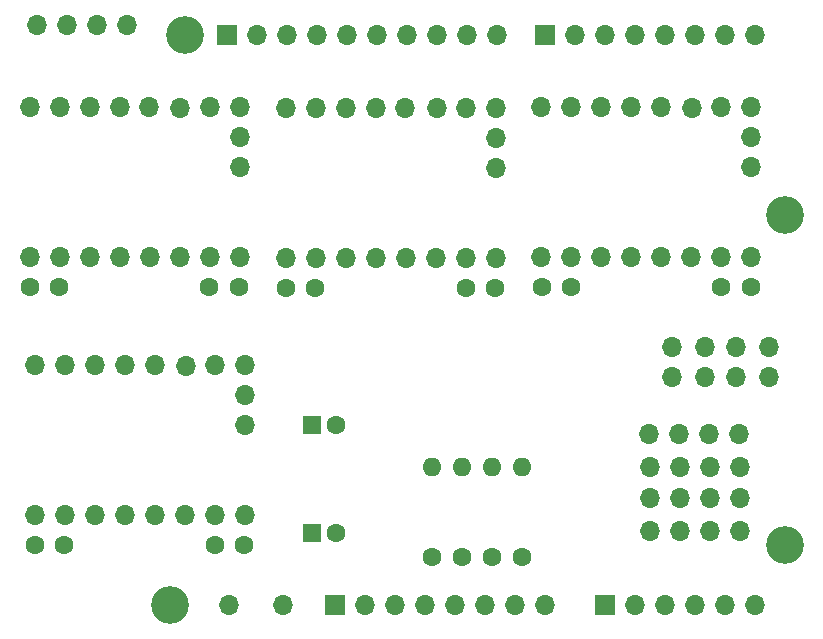
<source format=gbr>
%TF.GenerationSoftware,KiCad,Pcbnew,(6.0.6)*%
%TF.CreationDate,2022-07-08T14:07:57+08:00*%
%TF.ProjectId,Stepper,53746570-7065-4722-9e6b-696361645f70,rev?*%
%TF.SameCoordinates,Original*%
%TF.FileFunction,Soldermask,Top*%
%TF.FilePolarity,Negative*%
%FSLAX46Y46*%
G04 Gerber Fmt 4.6, Leading zero omitted, Abs format (unit mm)*
G04 Created by KiCad (PCBNEW (6.0.6)) date 2022-07-08 14:07:57*
%MOMM*%
%LPD*%
G01*
G04 APERTURE LIST*
%ADD10R,1.700000X1.700000*%
%ADD11O,1.700000X1.700000*%
%ADD12C,1.600000*%
%ADD13O,1.600000X1.600000*%
%ADD14C,3.200000*%
%ADD15R,1.600000X1.600000*%
G04 APERTURE END LIST*
D10*
%TO.C,J1*%
X127940000Y-97460000D03*
D11*
X130480000Y-97460000D03*
X133020000Y-97460000D03*
X135560000Y-97460000D03*
X138100000Y-97460000D03*
X140640000Y-97460000D03*
X143180000Y-97460000D03*
X145720000Y-97460000D03*
%TD*%
D10*
%TO.C,J3*%
X150800000Y-97460000D03*
D11*
X153340000Y-97460000D03*
X155880000Y-97460000D03*
X158420000Y-97460000D03*
X160960000Y-97460000D03*
X163500000Y-97460000D03*
%TD*%
D10*
%TO.C,J2*%
X118796000Y-49200000D03*
D11*
X121336000Y-49200000D03*
X123876000Y-49200000D03*
X126416000Y-49200000D03*
X128956000Y-49200000D03*
X131496000Y-49200000D03*
X134036000Y-49200000D03*
X136576000Y-49200000D03*
X139116000Y-49200000D03*
X141656000Y-49200000D03*
%TD*%
D10*
%TO.C,J4*%
X145720000Y-49200000D03*
D11*
X148260000Y-49200000D03*
X150800000Y-49200000D03*
X153340000Y-49200000D03*
X155880000Y-49200000D03*
X158420000Y-49200000D03*
X160960000Y-49200000D03*
X163500000Y-49200000D03*
%TD*%
%TO.C,*%
X119900000Y-57840000D03*
%TD*%
%TO.C,*%
X133970000Y-68060000D03*
%TD*%
%TO.C,*%
X156500000Y-75660000D03*
%TD*%
%TO.C,*%
X133925799Y-55355827D03*
%TD*%
%TO.C,*%
X131430000Y-68060000D03*
%TD*%
%TO.C,*%
X104660000Y-68000000D03*
%TD*%
%TO.C,*%
X156500000Y-78200000D03*
%TD*%
%TO.C,*%
X117824201Y-77144173D03*
%TD*%
%TO.C,*%
X112700000Y-77140000D03*
%TD*%
%TO.C,*%
X158191710Y-55371710D03*
%TD*%
D12*
%TO.C,REF\u002A\u002A*%
X139050000Y-70600000D03*
X141550000Y-70600000D03*
%TD*%
D11*
%TO.C,*%
X117360000Y-68000000D03*
%TD*%
%TO.C,*%
X147960000Y-55300000D03*
%TD*%
%TO.C,*%
X162220000Y-83000000D03*
%TD*%
%TO.C,*%
X147960000Y-68000000D03*
%TD*%
%TO.C,*%
X157160000Y-91200000D03*
%TD*%
%TO.C,*%
X105124201Y-77144173D03*
%TD*%
%TO.C,*%
X120364201Y-82224173D03*
%TD*%
%TO.C,*%
X139050000Y-68060000D03*
%TD*%
%TO.C,*%
X119900000Y-55300000D03*
%TD*%
%TO.C,*%
X150500000Y-68000000D03*
%TD*%
%TO.C,*%
X154620000Y-91200000D03*
%TD*%
%TO.C,*%
X157140000Y-83000000D03*
%TD*%
%TO.C,*%
X145420000Y-68000000D03*
%TD*%
%TO.C,*%
X163200000Y-68000000D03*
%TD*%
%TO.C,*%
X159680000Y-83000000D03*
%TD*%
%TO.C,*%
X150500000Y-55300000D03*
%TD*%
%TO.C,*%
X163200000Y-60380000D03*
%TD*%
%TO.C,*%
X123810000Y-55360000D03*
%TD*%
%TO.C,*%
X119900000Y-60380000D03*
%TD*%
D12*
%TO.C,REF\u002A\u002A*%
X160660000Y-70540000D03*
X163160000Y-70540000D03*
%TD*%
%TO.C,REF\u002A\u002A*%
X143800000Y-93400000D03*
D13*
X143800000Y-85780000D03*
%TD*%
D11*
%TO.C,*%
X126350000Y-68060000D03*
%TD*%
%TO.C,*%
X115355911Y-77215883D03*
%TD*%
%TO.C,*%
X109740000Y-55300000D03*
%TD*%
%TO.C,*%
X114891710Y-55371710D03*
%TD*%
%TO.C,*%
X141590000Y-68060000D03*
%TD*%
%TO.C,*%
X102584201Y-77144173D03*
%TD*%
%TO.C,*%
X164700000Y-78180000D03*
%TD*%
%TO.C,*%
X161900000Y-78180000D03*
%TD*%
%TO.C,*%
X157160000Y-88400000D03*
%TD*%
%TO.C,*%
X107860000Y-48400000D03*
%TD*%
%TO.C,*%
X159700000Y-91200000D03*
%TD*%
%TO.C,*%
X128890000Y-68060000D03*
%TD*%
%TO.C,*%
X102584201Y-89844173D03*
%TD*%
%TO.C,*%
X160660000Y-68000000D03*
%TD*%
%TO.C,*%
X131430000Y-55360000D03*
%TD*%
D12*
%TO.C,REF\u002A\u002A*%
X136180000Y-93400000D03*
D13*
X136180000Y-85780000D03*
%TD*%
D11*
%TO.C,*%
X105124201Y-89844173D03*
%TD*%
%TO.C,*%
X157160000Y-85800000D03*
%TD*%
%TO.C,*%
X153040000Y-68000000D03*
%TD*%
%TO.C,*%
X141590000Y-55360000D03*
%TD*%
D14*
%TO.C,MH1*%
X115240000Y-49200000D03*
%TD*%
D11*
%TO.C,*%
X119900000Y-68000000D03*
%TD*%
%TO.C,*%
X117824201Y-89844173D03*
%TD*%
D15*
%TO.C,REF\u002A\u002A*%
X126044888Y-91400000D03*
D12*
X128044888Y-91400000D03*
%TD*%
D11*
%TO.C,*%
X104660000Y-55300000D03*
%TD*%
D12*
%TO.C,REF\u002A\u002A*%
X138720000Y-93400000D03*
D13*
X138720000Y-85780000D03*
%TD*%
D11*
%TO.C,*%
X161900000Y-75640000D03*
%TD*%
%TO.C,*%
X102120000Y-55300000D03*
%TD*%
%TO.C,*%
X163200000Y-57840000D03*
%TD*%
%TO.C,*%
X154620000Y-85800000D03*
%TD*%
%TO.C,*%
X162240000Y-88400000D03*
%TD*%
%TO.C,*%
X136581710Y-55431710D03*
%TD*%
%TO.C,*%
X155580000Y-68000000D03*
%TD*%
%TO.C,*%
X164700000Y-75640000D03*
%TD*%
%TO.C,*%
X141590000Y-60440000D03*
%TD*%
D12*
%TO.C,REF\u002A\u002A*%
X141260000Y-93400000D03*
D13*
X141260000Y-85780000D03*
%TD*%
D11*
%TO.C,*%
X109740000Y-68000000D03*
%TD*%
%TO.C,*%
X136510000Y-68060000D03*
%TD*%
%TO.C,*%
X159700000Y-85800000D03*
%TD*%
%TO.C,*%
X154620000Y-88400000D03*
%TD*%
%TO.C,*%
X160660000Y-55300000D03*
%TD*%
%TO.C,*%
X114820000Y-68000000D03*
%TD*%
%TO.C,*%
X123810000Y-68060000D03*
%TD*%
%TO.C,*%
X120364201Y-89844173D03*
%TD*%
%TO.C,*%
X107664201Y-89844173D03*
%TD*%
%TO.C,*%
X128890000Y-55360000D03*
%TD*%
%TO.C,*%
X117360000Y-55300000D03*
%TD*%
%TO.C,*%
X155535799Y-55295827D03*
%TD*%
%TO.C,*%
X163200000Y-55300000D03*
%TD*%
%TO.C,*%
X159700000Y-88400000D03*
%TD*%
D12*
%TO.C,REF\u002A\u002A*%
X145460000Y-70540000D03*
X147960000Y-70540000D03*
%TD*%
D11*
%TO.C,*%
X123600000Y-97500000D03*
%TD*%
%TO.C,*%
X115284201Y-89844173D03*
%TD*%
%TO.C,*%
X126350000Y-55360000D03*
%TD*%
D15*
%TO.C,REF\u002A\u002A*%
X126044888Y-82200000D03*
D12*
X128044888Y-82200000D03*
%TD*%
D11*
%TO.C,*%
X112280000Y-68000000D03*
%TD*%
%TO.C,*%
X159300000Y-75640000D03*
%TD*%
D12*
%TO.C,REF\u002A\u002A*%
X123810000Y-70600000D03*
X126310000Y-70600000D03*
%TD*%
D11*
%TO.C,*%
X107200000Y-55300000D03*
%TD*%
%TO.C,*%
X110204201Y-77144173D03*
%TD*%
%TO.C,*%
X153040000Y-55300000D03*
%TD*%
%TO.C,*%
X119000000Y-97500000D03*
%TD*%
%TO.C,*%
X102120000Y-68000000D03*
%TD*%
%TO.C,*%
X110204201Y-89844173D03*
%TD*%
D12*
%TO.C,REF\u002A\u002A*%
X102540000Y-92380000D03*
X105040000Y-92380000D03*
%TD*%
D11*
%TO.C,*%
X162240000Y-85800000D03*
%TD*%
%TO.C,*%
X112744201Y-89844173D03*
%TD*%
%TO.C,*%
X107200000Y-68000000D03*
%TD*%
%TO.C,*%
X141590000Y-57900000D03*
%TD*%
%TO.C,*%
X162240000Y-91200000D03*
%TD*%
%TO.C,*%
X145420000Y-55300000D03*
%TD*%
%TO.C,*%
X120364201Y-79684173D03*
%TD*%
%TO.C,*%
X158120000Y-68000000D03*
%TD*%
D12*
%TO.C,REF\u002A\u002A*%
X117780000Y-92380000D03*
X120280000Y-92380000D03*
%TD*%
%TO.C,REF\u002A\u002A*%
X102146709Y-70571710D03*
X104646709Y-70571710D03*
%TD*%
D11*
%TO.C,*%
X110400000Y-48400000D03*
%TD*%
D14*
%TO.C,MH2*%
X113970000Y-97460000D03*
%TD*%
%TO.C,MH3*%
X166040000Y-64440000D03*
%TD*%
%TO.C,MH4*%
X166040000Y-92380000D03*
%TD*%
D11*
%TO.C,*%
X112235799Y-55295827D03*
%TD*%
%TO.C,*%
X154600000Y-83000000D03*
%TD*%
%TO.C,*%
X102780000Y-48400000D03*
%TD*%
%TO.C,*%
X120364201Y-77144173D03*
%TD*%
%TO.C,*%
X105320000Y-48400000D03*
%TD*%
%TO.C,*%
X159300000Y-78180000D03*
%TD*%
%TO.C,*%
X139050000Y-55360000D03*
%TD*%
%TO.C,*%
X107664201Y-77144173D03*
%TD*%
D12*
%TO.C,REF\u002A\u002A*%
X117315799Y-70540000D03*
X119815799Y-70540000D03*
%TD*%
M02*

</source>
